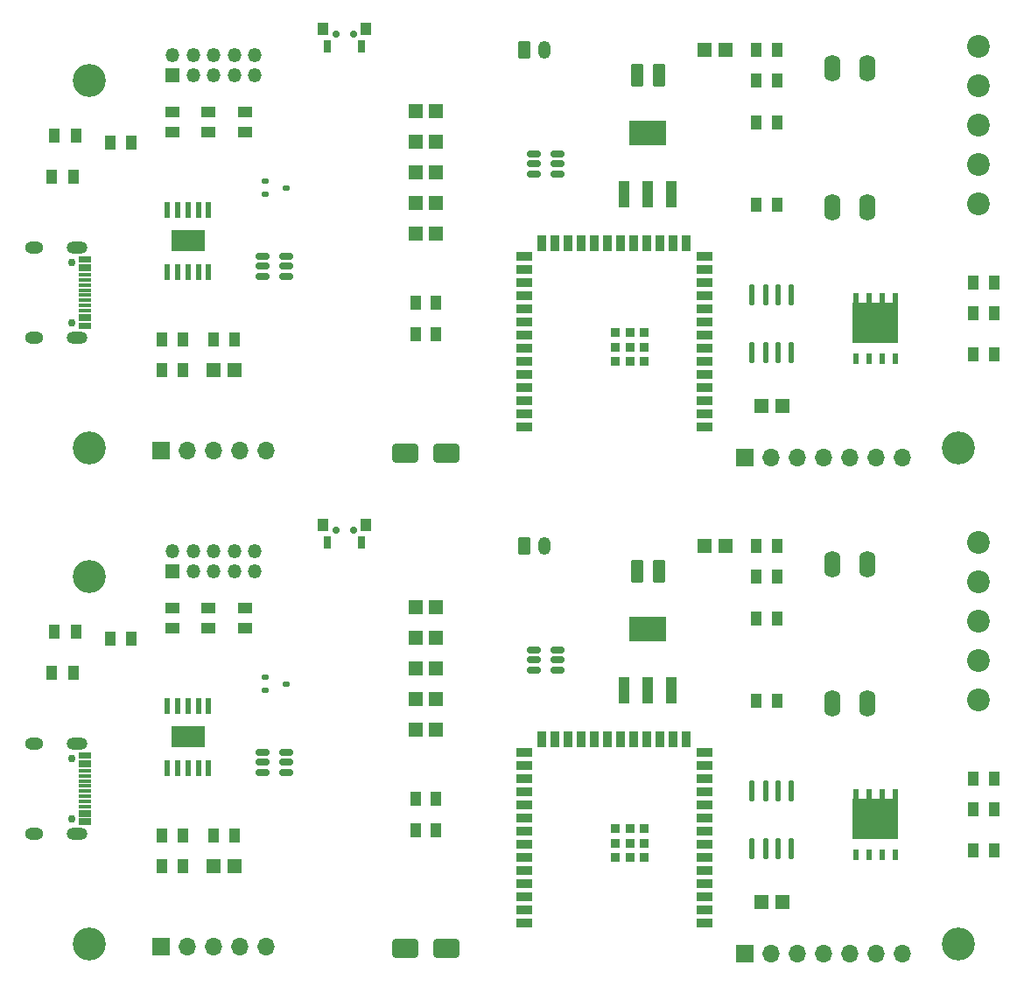
<source format=gts>
G04 #@! TF.GenerationSoftware,KiCad,Pcbnew,8.0.8*
G04 #@! TF.CreationDate,2025-02-19T19:51:53+01:00*
G04 #@! TF.ProjectId,panelized,70616e65-6c69-47a6-9564-2e6b69636164,rev?*
G04 #@! TF.SameCoordinates,Original*
G04 #@! TF.FileFunction,Soldermask,Top*
G04 #@! TF.FilePolarity,Negative*
%FSLAX46Y46*%
G04 Gerber Fmt 4.6, Leading zero omitted, Abs format (unit mm)*
G04 Created by KiCad (PCBNEW 8.0.8) date 2025-02-19 19:51:53*
%MOMM*%
%LPD*%
G01*
G04 APERTURE LIST*
G04 Aperture macros list*
%AMRoundRect*
0 Rectangle with rounded corners*
0 $1 Rounding radius*
0 $2 $3 $4 $5 $6 $7 $8 $9 X,Y pos of 4 corners*
0 Add a 4 corners polygon primitive as box body*
4,1,4,$2,$3,$4,$5,$6,$7,$8,$9,$2,$3,0*
0 Add four circle primitives for the rounded corners*
1,1,$1+$1,$2,$3*
1,1,$1+$1,$4,$5*
1,1,$1+$1,$6,$7*
1,1,$1+$1,$8,$9*
0 Add four rect primitives between the rounded corners*
20,1,$1+$1,$2,$3,$4,$5,0*
20,1,$1+$1,$4,$5,$6,$7,0*
20,1,$1+$1,$6,$7,$8,$9,0*
20,1,$1+$1,$8,$9,$2,$3,0*%
G04 Aperture macros list end*
%ADD10R,1.410000X1.350000*%
%ADD11R,1.380000X1.130000*%
%ADD12R,1.130000X1.380000*%
%ADD13O,1.600000X2.600000*%
%ADD14C,0.700000*%
%ADD15R,0.800000X1.300000*%
%ADD16R,1.000000X1.200000*%
%ADD17RoundRect,0.112500X-0.237500X0.112500X-0.237500X-0.112500X0.237500X-0.112500X0.237500X0.112500X0*%
%ADD18RoundRect,0.250000X-0.350000X-0.625000X0.350000X-0.625000X0.350000X0.625000X-0.350000X0.625000X0*%
%ADD19O,1.200000X1.750000*%
%ADD20O,0.590000X2.050000*%
%ADD21C,0.750000*%
%ADD22O,2.000000X1.200000*%
%ADD23O,1.800000X1.200000*%
%ADD24R,1.300000X0.300000*%
%ADD25R,1.100000X2.500000*%
%ADD26R,3.600000X2.340000*%
%ADD27C,2.200000*%
%ADD28R,1.500000X0.900000*%
%ADD29R,0.900000X1.500000*%
%ADD30R,0.900000X0.900000*%
%ADD31R,0.600000X1.500000*%
%ADD32R,3.300000X2.100000*%
%ADD33R,0.600000X1.000000*%
%ADD34R,4.410000X4.000000*%
%ADD35RoundRect,0.250000X-0.375000X-0.850000X0.375000X-0.850000X0.375000X0.850000X-0.375000X0.850000X0*%
%ADD36R,1.700000X1.700000*%
%ADD37O,1.700000X1.700000*%
%ADD38R,1.350000X1.350000*%
%ADD39O,1.350000X1.350000*%
%ADD40RoundRect,0.250000X-1.000000X-0.650000X1.000000X-0.650000X1.000000X0.650000X-1.000000X0.650000X0*%
%ADD41R,1.000000X1.400000*%
%ADD42C,3.200000*%
%ADD43RoundRect,0.150000X-0.512500X-0.150000X0.512500X-0.150000X0.512500X0.150000X-0.512500X0.150000X0*%
G04 APERTURE END LIST*
D10*
G04 #@! TO.C,C30*
X66500000Y-51500000D03*
X68500000Y-51500000D03*
G04 #@! TD*
D11*
G04 #@! TO.C,R17*
X15000000Y-59500000D03*
X15000000Y-57500000D03*
G04 #@! TD*
D12*
G04 #@! TO.C,R12*
X9000000Y-12500000D03*
X11000000Y-12500000D03*
G04 #@! TD*
G04 #@! TO.C,R22*
X71500000Y-51500000D03*
X73500000Y-51500000D03*
G04 #@! TD*
D11*
G04 #@! TO.C,R17*
X15000000Y-11500000D03*
X15000000Y-9500000D03*
G04 #@! TD*
D12*
G04 #@! TO.C,R15*
X92500000Y-74000000D03*
X94500000Y-74000000D03*
G04 #@! TD*
D10*
G04 #@! TO.C,C7*
X38500000Y-18300000D03*
X40500000Y-18300000D03*
G04 #@! TD*
G04 #@! TO.C,C7*
X38500000Y-66300000D03*
X40500000Y-66300000D03*
G04 #@! TD*
D13*
G04 #@! TO.C,F2*
X78800000Y-18730000D03*
X82200000Y-18730000D03*
X78800000Y-5270000D03*
X82200000Y-5270000D03*
G04 #@! TD*
D11*
G04 #@! TO.C,R2*
X22000000Y-11500000D03*
X22000000Y-9500000D03*
G04 #@! TD*
D14*
G04 #@! TO.C,SW1*
X30800000Y-2000000D03*
X32500000Y-2000000D03*
D15*
X29970000Y-3200000D03*
X33330000Y-3200000D03*
D16*
X33750000Y-1500000D03*
X29550000Y-1500000D03*
G04 #@! TD*
D17*
G04 #@! TO.C,D1*
X24000000Y-64200000D03*
X24000000Y-65500000D03*
X26000000Y-64850000D03*
G04 #@! TD*
D12*
G04 #@! TO.C,R20*
X71500000Y-54500000D03*
X73500000Y-54500000D03*
G04 #@! TD*
D18*
G04 #@! TO.C,J7*
X49000000Y-3500000D03*
D19*
X51000000Y-3500000D03*
G04 #@! TD*
D12*
G04 #@! TO.C,R3*
X14000000Y-31500000D03*
X16000000Y-31500000D03*
G04 #@! TD*
D20*
G04 #@! TO.C,U4*
X71090000Y-32770000D03*
X72370000Y-32770000D03*
X73630000Y-32770000D03*
X74900000Y-32770000D03*
X74900000Y-27230000D03*
X73630000Y-27230000D03*
X72370000Y-27230000D03*
X71090000Y-27230000D03*
G04 #@! TD*
D21*
G04 #@! TO.C,J2*
X5262500Y-24100000D03*
X5262500Y-29900000D03*
D22*
X5762500Y-22670000D03*
X5762500Y-31330000D03*
D23*
X1582500Y-31330000D03*
X1582500Y-22670000D03*
D24*
X6522500Y-23650000D03*
X6522500Y-24450000D03*
X6522500Y-25750000D03*
X6522500Y-26750000D03*
X6522500Y-27250000D03*
X6522500Y-28250000D03*
X6522500Y-29550000D03*
X6522500Y-30350000D03*
X6522500Y-30050000D03*
X6522500Y-29250000D03*
X6522500Y-28750000D03*
X6522500Y-27750000D03*
X6522500Y-26250000D03*
X6522500Y-25250000D03*
X6522500Y-24750000D03*
X6522500Y-23950000D03*
G04 #@! TD*
D25*
G04 #@! TO.C,U9*
X58700000Y-17470000D03*
X61000000Y-17470000D03*
X63300000Y-17470000D03*
D26*
X61000000Y-11530000D03*
G04 #@! TD*
D27*
G04 #@! TO.C,J10*
X93000000Y-3190000D03*
X93000000Y-7000000D03*
X93000000Y-10810000D03*
X93000000Y-14620000D03*
X93000000Y-18430000D03*
G04 #@! TD*
D10*
G04 #@! TO.C,C2*
X19000000Y-34500000D03*
X21000000Y-34500000D03*
G04 #@! TD*
D12*
G04 #@! TO.C,R4*
X19000000Y-31500000D03*
X21000000Y-31500000D03*
G04 #@! TD*
D28*
G04 #@! TO.C,U5*
X66500000Y-40000000D03*
X66500000Y-38730000D03*
X66500000Y-37460000D03*
X66500000Y-36190000D03*
X66500000Y-34920000D03*
X66500000Y-33650000D03*
X66500000Y-32380000D03*
X66500000Y-31110000D03*
X66500000Y-29840000D03*
X66500000Y-28570000D03*
X66500000Y-27300000D03*
X66500000Y-26030000D03*
X66500000Y-24760000D03*
X66500000Y-23490000D03*
D29*
X64740000Y-22220000D03*
X63470000Y-22220000D03*
X62200000Y-22220000D03*
X60930000Y-22220000D03*
X59660000Y-22220000D03*
X58380000Y-22220000D03*
X57120000Y-22220000D03*
X55850000Y-22220000D03*
X54580000Y-22220000D03*
X53300000Y-22220000D03*
X52030000Y-22220000D03*
X50760000Y-22250000D03*
D28*
X49000000Y-23490000D03*
X49000000Y-24760000D03*
X49000000Y-26030000D03*
X49000000Y-27300000D03*
X49000000Y-28570000D03*
X49000000Y-29840000D03*
X49000000Y-31110000D03*
X49000000Y-32380000D03*
X49000000Y-33650000D03*
X49000000Y-34920000D03*
X49000000Y-36190000D03*
X49000000Y-37460000D03*
X49000000Y-38730000D03*
X49000000Y-40000000D03*
D30*
X60650000Y-33680000D03*
X60650000Y-32280000D03*
X60650000Y-30880000D03*
X59250000Y-33680000D03*
X59250000Y-32280000D03*
X59250000Y-30880000D03*
X57850000Y-33680000D03*
X57850000Y-32280000D03*
X57850000Y-30880000D03*
G04 #@! TD*
D31*
G04 #@! TO.C,U3*
X14500000Y-25000000D03*
X15500000Y-25000000D03*
X16500000Y-25000000D03*
X17500000Y-25000000D03*
X18500000Y-25000000D03*
X18500000Y-19000000D03*
X17500000Y-19000000D03*
X16500000Y-19000000D03*
X15500000Y-19000000D03*
X14500000Y-19000000D03*
D32*
X16500000Y-22000000D03*
G04 #@! TD*
D10*
G04 #@! TO.C,C30*
X66500000Y-3500000D03*
X68500000Y-3500000D03*
G04 #@! TD*
D33*
G04 #@! TO.C,REF\u002A\u002A*
X84900000Y-81420000D03*
X81090000Y-75580000D03*
X82370000Y-75580000D03*
D34*
X83000000Y-77890000D03*
D33*
X83630000Y-75580000D03*
X84900000Y-75580000D03*
X81090000Y-81420000D03*
X82370000Y-81420000D03*
X83630000Y-81420000D03*
G04 #@! TD*
D27*
G04 #@! TO.C,J10*
X93000000Y-51190000D03*
X93000000Y-55000000D03*
X93000000Y-58810000D03*
X93000000Y-62620000D03*
X93000000Y-66430000D03*
G04 #@! TD*
D10*
G04 #@! TO.C,C5*
X38500000Y-60400000D03*
X40500000Y-60400000D03*
G04 #@! TD*
D35*
G04 #@! TO.C,L2*
X59925000Y-54000000D03*
X62075000Y-54000000D03*
G04 #@! TD*
D10*
G04 #@! TO.C,C29*
X38500000Y-21250000D03*
X40500000Y-21250000D03*
G04 #@! TD*
D36*
G04 #@! TO.C,J6*
X13880000Y-42300000D03*
D37*
X16420000Y-42300000D03*
X18960000Y-42300000D03*
X21500000Y-42300000D03*
X24040000Y-42300000D03*
G04 #@! TD*
D12*
G04 #@! TO.C,R12*
X9000000Y-60500000D03*
X11000000Y-60500000D03*
G04 #@! TD*
G04 #@! TO.C,R13*
X71500000Y-58500000D03*
X73500000Y-58500000D03*
G04 #@! TD*
G04 #@! TO.C,R13*
X71500000Y-10500000D03*
X73500000Y-10500000D03*
G04 #@! TD*
G04 #@! TO.C,R22*
X71500000Y-3500000D03*
X73500000Y-3500000D03*
G04 #@! TD*
D33*
G04 #@! TO.C,REF\u002A\u002A*
X84900000Y-33420000D03*
X81090000Y-27580000D03*
X82370000Y-27580000D03*
D34*
X83000000Y-29890000D03*
D33*
X83630000Y-27580000D03*
X84900000Y-27580000D03*
X81090000Y-33420000D03*
X82370000Y-33420000D03*
X83630000Y-33420000D03*
G04 #@! TD*
D38*
G04 #@! TO.C,J4*
X15000000Y-54000000D03*
D39*
X15000000Y-52000000D03*
X17000000Y-54000000D03*
X17000000Y-52000000D03*
X19000000Y-54000000D03*
X19000000Y-52000000D03*
X21000000Y-54000000D03*
X21000000Y-52000000D03*
X23000000Y-54000000D03*
X23000000Y-52000000D03*
G04 #@! TD*
D12*
G04 #@! TO.C,R7*
X38500000Y-28000000D03*
X40500000Y-28000000D03*
G04 #@! TD*
D40*
G04 #@! TO.C,D3*
X37500000Y-90500000D03*
X41500000Y-90500000D03*
G04 #@! TD*
D41*
G04 #@! TO.C,D4*
X5450000Y-63810000D03*
X3350000Y-63810000D03*
G04 #@! TD*
D21*
G04 #@! TO.C,J2*
X5262500Y-72100000D03*
X5262500Y-77900000D03*
D22*
X5762500Y-70670000D03*
X5762500Y-79330000D03*
D23*
X1582500Y-79330000D03*
X1582500Y-70670000D03*
D24*
X6522500Y-71650000D03*
X6522500Y-72450000D03*
X6522500Y-73750000D03*
X6522500Y-74750000D03*
X6522500Y-75250000D03*
X6522500Y-76250000D03*
X6522500Y-77550000D03*
X6522500Y-78350000D03*
X6522500Y-78050000D03*
X6522500Y-77250000D03*
X6522500Y-76750000D03*
X6522500Y-75750000D03*
X6522500Y-74250000D03*
X6522500Y-73250000D03*
X6522500Y-72750000D03*
X6522500Y-71950000D03*
G04 #@! TD*
D10*
G04 #@! TO.C,C29*
X38500000Y-69250000D03*
X40500000Y-69250000D03*
G04 #@! TD*
D12*
G04 #@! TO.C,R15*
X92500000Y-26000000D03*
X94500000Y-26000000D03*
G04 #@! TD*
D25*
G04 #@! TO.C,U9*
X58700000Y-65470000D03*
X61000000Y-65470000D03*
X63300000Y-65470000D03*
D26*
X61000000Y-59530000D03*
G04 #@! TD*
D12*
G04 #@! TO.C,R4*
X19000000Y-79500000D03*
X21000000Y-79500000D03*
G04 #@! TD*
D31*
G04 #@! TO.C,U3*
X14500000Y-73000000D03*
X15500000Y-73000000D03*
X16500000Y-73000000D03*
X17500000Y-73000000D03*
X18500000Y-73000000D03*
X18500000Y-67000000D03*
X17500000Y-67000000D03*
X16500000Y-67000000D03*
X15500000Y-67000000D03*
X14500000Y-67000000D03*
D32*
X16500000Y-70000000D03*
G04 #@! TD*
D35*
G04 #@! TO.C,L2*
X59925000Y-6000000D03*
X62075000Y-6000000D03*
G04 #@! TD*
D12*
G04 #@! TO.C,R11*
X92500000Y-33000000D03*
X94500000Y-33000000D03*
G04 #@! TD*
D10*
G04 #@! TO.C,C5*
X38500000Y-12400000D03*
X40500000Y-12400000D03*
G04 #@! TD*
D12*
G04 #@! TO.C,R11*
X92500000Y-81000000D03*
X94500000Y-81000000D03*
G04 #@! TD*
D28*
G04 #@! TO.C,U5*
X66500000Y-88000000D03*
X66500000Y-86730000D03*
X66500000Y-85460000D03*
X66500000Y-84190000D03*
X66500000Y-82920000D03*
X66500000Y-81650000D03*
X66500000Y-80380000D03*
X66500000Y-79110000D03*
X66500000Y-77840000D03*
X66500000Y-76570000D03*
X66500000Y-75300000D03*
X66500000Y-74030000D03*
X66500000Y-72760000D03*
X66500000Y-71490000D03*
D29*
X64740000Y-70220000D03*
X63470000Y-70220000D03*
X62200000Y-70220000D03*
X60930000Y-70220000D03*
X59660000Y-70220000D03*
X58380000Y-70220000D03*
X57120000Y-70220000D03*
X55850000Y-70220000D03*
X54580000Y-70220000D03*
X53300000Y-70220000D03*
X52030000Y-70220000D03*
X50760000Y-70250000D03*
D28*
X49000000Y-71490000D03*
X49000000Y-72760000D03*
X49000000Y-74030000D03*
X49000000Y-75300000D03*
X49000000Y-76570000D03*
X49000000Y-77840000D03*
X49000000Y-79110000D03*
X49000000Y-80380000D03*
X49000000Y-81650000D03*
X49000000Y-82920000D03*
X49000000Y-84190000D03*
X49000000Y-85460000D03*
X49000000Y-86730000D03*
X49000000Y-88000000D03*
D30*
X60650000Y-81680000D03*
X60650000Y-80280000D03*
X60650000Y-78880000D03*
X59250000Y-81680000D03*
X59250000Y-80280000D03*
X59250000Y-78880000D03*
X57850000Y-81680000D03*
X57850000Y-80280000D03*
X57850000Y-78880000D03*
G04 #@! TD*
D42*
G04 #@! TO.C,H3*
X91000000Y-42000000D03*
G04 #@! TD*
D12*
G04 #@! TO.C,R6*
X38500000Y-31000000D03*
X40500000Y-31000000D03*
G04 #@! TD*
D36*
G04 #@! TO.C,J6*
X13880000Y-90300000D03*
D37*
X16420000Y-90300000D03*
X18960000Y-90300000D03*
X21500000Y-90300000D03*
X24040000Y-90300000D03*
G04 #@! TD*
D11*
G04 #@! TO.C,R16*
X18500000Y-11500000D03*
X18500000Y-9500000D03*
G04 #@! TD*
D42*
G04 #@! TO.C,H2*
X7000000Y-42000000D03*
G04 #@! TD*
D18*
G04 #@! TO.C,J7*
X49000000Y-51500000D03*
D19*
X51000000Y-51500000D03*
G04 #@! TD*
D12*
G04 #@! TO.C,R14*
X71500000Y-66500000D03*
X73500000Y-66500000D03*
G04 #@! TD*
D43*
G04 #@! TO.C,U1*
X23725000Y-23500000D03*
X23725000Y-24450000D03*
X23725000Y-25400000D03*
X26000000Y-25400000D03*
X26000000Y-24450000D03*
X26000000Y-23500000D03*
G04 #@! TD*
D20*
G04 #@! TO.C,U4*
X71090000Y-80770000D03*
X72370000Y-80770000D03*
X73630000Y-80770000D03*
X74900000Y-80770000D03*
X74900000Y-75230000D03*
X73630000Y-75230000D03*
X72370000Y-75230000D03*
X71090000Y-75230000D03*
G04 #@! TD*
D42*
G04 #@! TO.C,H2*
X7000000Y-90000000D03*
G04 #@! TD*
D43*
G04 #@! TO.C,U7*
X50000000Y-61600000D03*
X50000000Y-62550000D03*
X50000000Y-63500000D03*
X52275000Y-63500000D03*
X52275000Y-62550000D03*
X52275000Y-61600000D03*
G04 #@! TD*
D14*
G04 #@! TO.C,SW1*
X30800000Y-50000000D03*
X32500000Y-50000000D03*
D15*
X29970000Y-51200000D03*
X33330000Y-51200000D03*
D16*
X33750000Y-49500000D03*
X29550000Y-49500000D03*
G04 #@! TD*
D10*
G04 #@! TO.C,C6*
X38500000Y-63350000D03*
X40500000Y-63350000D03*
G04 #@! TD*
G04 #@! TO.C,C2*
X19000000Y-82500000D03*
X21000000Y-82500000D03*
G04 #@! TD*
G04 #@! TO.C,C6*
X38500000Y-15350000D03*
X40500000Y-15350000D03*
G04 #@! TD*
D41*
G04 #@! TO.C,D2*
X5650000Y-11800000D03*
X3550000Y-11800000D03*
G04 #@! TD*
D12*
G04 #@! TO.C,R10*
X92500000Y-77000000D03*
X94500000Y-77000000D03*
G04 #@! TD*
D41*
G04 #@! TO.C,D2*
X5650000Y-59800000D03*
X3550000Y-59800000D03*
G04 #@! TD*
D11*
G04 #@! TO.C,R16*
X18500000Y-59500000D03*
X18500000Y-57500000D03*
G04 #@! TD*
D10*
G04 #@! TO.C,C3*
X38500000Y-57450000D03*
X40500000Y-57450000D03*
G04 #@! TD*
D43*
G04 #@! TO.C,U1*
X23725000Y-71500000D03*
X23725000Y-72450000D03*
X23725000Y-73400000D03*
X26000000Y-73400000D03*
X26000000Y-72450000D03*
X26000000Y-71500000D03*
G04 #@! TD*
D12*
G04 #@! TO.C,R20*
X71500000Y-6500000D03*
X73500000Y-6500000D03*
G04 #@! TD*
D10*
G04 #@! TO.C,C1*
X72000000Y-86000000D03*
X74000000Y-86000000D03*
G04 #@! TD*
D40*
G04 #@! TO.C,D3*
X37500000Y-42500000D03*
X41500000Y-42500000D03*
G04 #@! TD*
D42*
G04 #@! TO.C,H1*
X7000000Y-54500000D03*
G04 #@! TD*
D43*
G04 #@! TO.C,U7*
X50000000Y-13600000D03*
X50000000Y-14550000D03*
X50000000Y-15500000D03*
X52275000Y-15500000D03*
X52275000Y-14550000D03*
X52275000Y-13600000D03*
G04 #@! TD*
D12*
G04 #@! TO.C,R5*
X14000000Y-34500000D03*
X16000000Y-34500000D03*
G04 #@! TD*
D10*
G04 #@! TO.C,C1*
X72000000Y-38000000D03*
X74000000Y-38000000D03*
G04 #@! TD*
D12*
G04 #@! TO.C,R6*
X38500000Y-79000000D03*
X40500000Y-79000000D03*
G04 #@! TD*
G04 #@! TO.C,R5*
X14000000Y-82500000D03*
X16000000Y-82500000D03*
G04 #@! TD*
G04 #@! TO.C,R3*
X14000000Y-79500000D03*
X16000000Y-79500000D03*
G04 #@! TD*
G04 #@! TO.C,R14*
X71500000Y-18500000D03*
X73500000Y-18500000D03*
G04 #@! TD*
D36*
G04 #@! TO.C,J8*
X70400000Y-90975000D03*
D37*
X72940000Y-90975000D03*
X75480000Y-90975000D03*
X78020000Y-90975000D03*
X80560000Y-90975000D03*
X83100000Y-90975000D03*
X85640000Y-90975000D03*
G04 #@! TD*
D41*
G04 #@! TO.C,D4*
X5450000Y-15810000D03*
X3350000Y-15810000D03*
G04 #@! TD*
D12*
G04 #@! TO.C,R10*
X92500000Y-29000000D03*
X94500000Y-29000000D03*
G04 #@! TD*
D42*
G04 #@! TO.C,H3*
X91000000Y-90000000D03*
G04 #@! TD*
D36*
G04 #@! TO.C,J8*
X70400000Y-42975000D03*
D37*
X72940000Y-42975000D03*
X75480000Y-42975000D03*
X78020000Y-42975000D03*
X80560000Y-42975000D03*
X83100000Y-42975000D03*
X85640000Y-42975000D03*
G04 #@! TD*
D11*
G04 #@! TO.C,R2*
X22000000Y-59500000D03*
X22000000Y-57500000D03*
G04 #@! TD*
D17*
G04 #@! TO.C,D1*
X24000000Y-16200000D03*
X24000000Y-17500000D03*
X26000000Y-16850000D03*
G04 #@! TD*
D13*
G04 #@! TO.C,F2*
X78800000Y-66730000D03*
X82200000Y-66730000D03*
X78800000Y-53270000D03*
X82200000Y-53270000D03*
G04 #@! TD*
D10*
G04 #@! TO.C,C3*
X38500000Y-9450000D03*
X40500000Y-9450000D03*
G04 #@! TD*
D38*
G04 #@! TO.C,J4*
X15000000Y-6000000D03*
D39*
X15000000Y-4000000D03*
X17000000Y-6000000D03*
X17000000Y-4000000D03*
X19000000Y-6000000D03*
X19000000Y-4000000D03*
X21000000Y-6000000D03*
X21000000Y-4000000D03*
X23000000Y-6000000D03*
X23000000Y-4000000D03*
G04 #@! TD*
D12*
G04 #@! TO.C,R7*
X38500000Y-76000000D03*
X40500000Y-76000000D03*
G04 #@! TD*
D42*
G04 #@! TO.C,H1*
X7000000Y-6500000D03*
G04 #@! TD*
M02*

</source>
